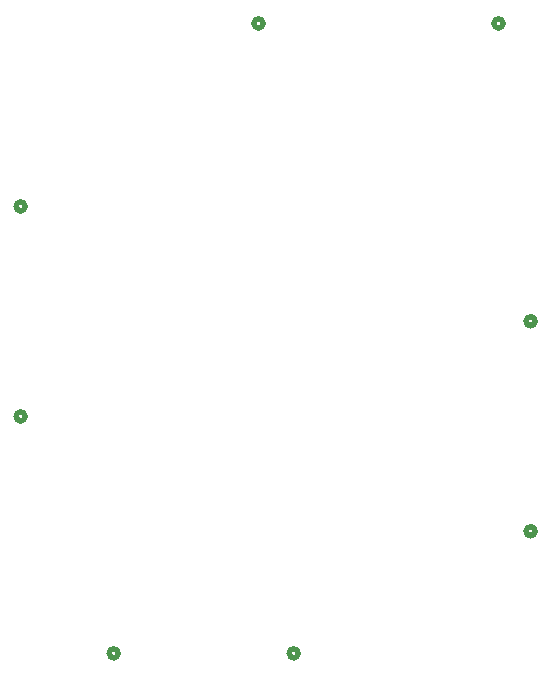
<source format=gbr>
%TF.GenerationSoftware,KiCad,Pcbnew,7.0.9*%
%TF.CreationDate,2024-06-27T12:47:17-04:00*%
%TF.ProjectId,PCBAdas,50434241-6461-4732-9e6b-696361645f70,rev?*%
%TF.SameCoordinates,Original*%
%TF.FileFunction,Legend,Bot*%
%TF.FilePolarity,Positive*%
%FSLAX46Y46*%
G04 Gerber Fmt 4.6, Leading zero omitted, Abs format (unit mm)*
G04 Created by KiCad (PCBNEW 7.0.9) date 2024-06-27 12:47:17*
%MOMM*%
%LPD*%
G01*
G04 APERTURE LIST*
%ADD10C,0.508000*%
G04 APERTURE END LIST*
D10*
%TO.C,J8*%
X185801000Y-98880100D02*
G75*
G03*
X185801000Y-98880100I-381000J0D01*
G01*
%TO.C,J7*%
X162761100Y-73660000D02*
G75*
G03*
X162761100Y-73660000I-381000J0D01*
G01*
%TO.C,J6*%
X150500900Y-127000000D02*
G75*
G03*
X150500900Y-127000000I-381000J0D01*
G01*
%TO.C,J5*%
X165740900Y-127000000D02*
G75*
G03*
X165740900Y-127000000I-381000J0D01*
G01*
%TO.C,J4*%
X185801000Y-116660100D02*
G75*
G03*
X185801000Y-116660100I-381000J0D01*
G01*
%TO.C,J3*%
X183081100Y-73660000D02*
G75*
G03*
X183081100Y-73660000I-381000J0D01*
G01*
%TO.C,J2*%
X142621000Y-89159900D02*
G75*
G03*
X142621000Y-89159900I-381000J0D01*
G01*
%TO.C,J1*%
X142621000Y-106939900D02*
G75*
G03*
X142621000Y-106939900I-381000J0D01*
G01*
%TD*%
M02*

</source>
